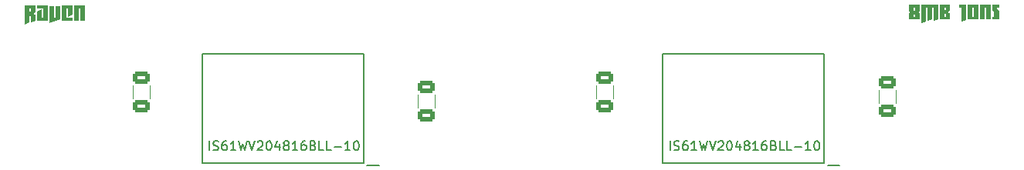
<source format=gto>
G04 #@! TF.GenerationSoftware,KiCad,Pcbnew,7.0.9*
G04 #@! TF.CreationDate,2024-01-22T22:29:06+01:00*
G04 #@! TF.ProjectId,simm72_ram_8M10,73696d6d-3732-45f7-9261-6d5f384d3130,A*
G04 #@! TF.SameCoordinates,Original*
G04 #@! TF.FileFunction,Legend,Top*
G04 #@! TF.FilePolarity,Positive*
%FSLAX46Y46*%
G04 Gerber Fmt 4.6, Leading zero omitted, Abs format (unit mm)*
G04 Created by KiCad (PCBNEW 7.0.9) date 2024-01-22 22:29:06*
%MOMM*%
%LPD*%
G01*
G04 APERTURE LIST*
G04 Aperture macros list*
%AMRoundRect*
0 Rectangle with rounded corners*
0 $1 Rounding radius*
0 $2 $3 $4 $5 $6 $7 $8 $9 X,Y pos of 4 corners*
0 Add a 4 corners polygon primitive as box body*
4,1,4,$2,$3,$4,$5,$6,$7,$8,$9,$2,$3,0*
0 Add four circle primitives for the rounded corners*
1,1,$1+$1,$2,$3*
1,1,$1+$1,$4,$5*
1,1,$1+$1,$6,$7*
1,1,$1+$1,$8,$9*
0 Add four rect primitives between the rounded corners*
20,1,$1+$1,$2,$3,$4,$5,0*
20,1,$1+$1,$4,$5,$6,$7,0*
20,1,$1+$1,$6,$7,$8,$9,0*
20,1,$1+$1,$8,$9,$2,$3,0*%
G04 Aperture macros list end*
%ADD10C,0.150000*%
%ADD11C,0.120000*%
%ADD12C,0.200000*%
%ADD13R,1.040000X2.540000*%
%ADD14RoundRect,0.250000X0.650000X-0.412500X0.650000X0.412500X-0.650000X0.412500X-0.650000X-0.412500X0*%
%ADD15R,1.300000X0.300000*%
G04 APERTURE END LIST*
D10*
X71836779Y-100169819D02*
X71836779Y-99169819D01*
X72265350Y-100122200D02*
X72408207Y-100169819D01*
X72408207Y-100169819D02*
X72646302Y-100169819D01*
X72646302Y-100169819D02*
X72741540Y-100122200D01*
X72741540Y-100122200D02*
X72789159Y-100074580D01*
X72789159Y-100074580D02*
X72836778Y-99979342D01*
X72836778Y-99979342D02*
X72836778Y-99884104D01*
X72836778Y-99884104D02*
X72789159Y-99788866D01*
X72789159Y-99788866D02*
X72741540Y-99741247D01*
X72741540Y-99741247D02*
X72646302Y-99693628D01*
X72646302Y-99693628D02*
X72455826Y-99646009D01*
X72455826Y-99646009D02*
X72360588Y-99598390D01*
X72360588Y-99598390D02*
X72312969Y-99550771D01*
X72312969Y-99550771D02*
X72265350Y-99455533D01*
X72265350Y-99455533D02*
X72265350Y-99360295D01*
X72265350Y-99360295D02*
X72312969Y-99265057D01*
X72312969Y-99265057D02*
X72360588Y-99217438D01*
X72360588Y-99217438D02*
X72455826Y-99169819D01*
X72455826Y-99169819D02*
X72693921Y-99169819D01*
X72693921Y-99169819D02*
X72836778Y-99217438D01*
X73693921Y-99169819D02*
X73503445Y-99169819D01*
X73503445Y-99169819D02*
X73408207Y-99217438D01*
X73408207Y-99217438D02*
X73360588Y-99265057D01*
X73360588Y-99265057D02*
X73265350Y-99407914D01*
X73265350Y-99407914D02*
X73217731Y-99598390D01*
X73217731Y-99598390D02*
X73217731Y-99979342D01*
X73217731Y-99979342D02*
X73265350Y-100074580D01*
X73265350Y-100074580D02*
X73312969Y-100122200D01*
X73312969Y-100122200D02*
X73408207Y-100169819D01*
X73408207Y-100169819D02*
X73598683Y-100169819D01*
X73598683Y-100169819D02*
X73693921Y-100122200D01*
X73693921Y-100122200D02*
X73741540Y-100074580D01*
X73741540Y-100074580D02*
X73789159Y-99979342D01*
X73789159Y-99979342D02*
X73789159Y-99741247D01*
X73789159Y-99741247D02*
X73741540Y-99646009D01*
X73741540Y-99646009D02*
X73693921Y-99598390D01*
X73693921Y-99598390D02*
X73598683Y-99550771D01*
X73598683Y-99550771D02*
X73408207Y-99550771D01*
X73408207Y-99550771D02*
X73312969Y-99598390D01*
X73312969Y-99598390D02*
X73265350Y-99646009D01*
X73265350Y-99646009D02*
X73217731Y-99741247D01*
X74741540Y-100169819D02*
X74170112Y-100169819D01*
X74455826Y-100169819D02*
X74455826Y-99169819D01*
X74455826Y-99169819D02*
X74360588Y-99312676D01*
X74360588Y-99312676D02*
X74265350Y-99407914D01*
X74265350Y-99407914D02*
X74170112Y-99455533D01*
X75074874Y-99169819D02*
X75312969Y-100169819D01*
X75312969Y-100169819D02*
X75503445Y-99455533D01*
X75503445Y-99455533D02*
X75693921Y-100169819D01*
X75693921Y-100169819D02*
X75932017Y-99169819D01*
X76170112Y-99169819D02*
X76503445Y-100169819D01*
X76503445Y-100169819D02*
X76836778Y-99169819D01*
X77122493Y-99265057D02*
X77170112Y-99217438D01*
X77170112Y-99217438D02*
X77265350Y-99169819D01*
X77265350Y-99169819D02*
X77503445Y-99169819D01*
X77503445Y-99169819D02*
X77598683Y-99217438D01*
X77598683Y-99217438D02*
X77646302Y-99265057D01*
X77646302Y-99265057D02*
X77693921Y-99360295D01*
X77693921Y-99360295D02*
X77693921Y-99455533D01*
X77693921Y-99455533D02*
X77646302Y-99598390D01*
X77646302Y-99598390D02*
X77074874Y-100169819D01*
X77074874Y-100169819D02*
X77693921Y-100169819D01*
X78312969Y-99169819D02*
X78408207Y-99169819D01*
X78408207Y-99169819D02*
X78503445Y-99217438D01*
X78503445Y-99217438D02*
X78551064Y-99265057D01*
X78551064Y-99265057D02*
X78598683Y-99360295D01*
X78598683Y-99360295D02*
X78646302Y-99550771D01*
X78646302Y-99550771D02*
X78646302Y-99788866D01*
X78646302Y-99788866D02*
X78598683Y-99979342D01*
X78598683Y-99979342D02*
X78551064Y-100074580D01*
X78551064Y-100074580D02*
X78503445Y-100122200D01*
X78503445Y-100122200D02*
X78408207Y-100169819D01*
X78408207Y-100169819D02*
X78312969Y-100169819D01*
X78312969Y-100169819D02*
X78217731Y-100122200D01*
X78217731Y-100122200D02*
X78170112Y-100074580D01*
X78170112Y-100074580D02*
X78122493Y-99979342D01*
X78122493Y-99979342D02*
X78074874Y-99788866D01*
X78074874Y-99788866D02*
X78074874Y-99550771D01*
X78074874Y-99550771D02*
X78122493Y-99360295D01*
X78122493Y-99360295D02*
X78170112Y-99265057D01*
X78170112Y-99265057D02*
X78217731Y-99217438D01*
X78217731Y-99217438D02*
X78312969Y-99169819D01*
X79503445Y-99503152D02*
X79503445Y-100169819D01*
X79265350Y-99122200D02*
X79027255Y-99836485D01*
X79027255Y-99836485D02*
X79646302Y-99836485D01*
X80170112Y-99598390D02*
X80074874Y-99550771D01*
X80074874Y-99550771D02*
X80027255Y-99503152D01*
X80027255Y-99503152D02*
X79979636Y-99407914D01*
X79979636Y-99407914D02*
X79979636Y-99360295D01*
X79979636Y-99360295D02*
X80027255Y-99265057D01*
X80027255Y-99265057D02*
X80074874Y-99217438D01*
X80074874Y-99217438D02*
X80170112Y-99169819D01*
X80170112Y-99169819D02*
X80360588Y-99169819D01*
X80360588Y-99169819D02*
X80455826Y-99217438D01*
X80455826Y-99217438D02*
X80503445Y-99265057D01*
X80503445Y-99265057D02*
X80551064Y-99360295D01*
X80551064Y-99360295D02*
X80551064Y-99407914D01*
X80551064Y-99407914D02*
X80503445Y-99503152D01*
X80503445Y-99503152D02*
X80455826Y-99550771D01*
X80455826Y-99550771D02*
X80360588Y-99598390D01*
X80360588Y-99598390D02*
X80170112Y-99598390D01*
X80170112Y-99598390D02*
X80074874Y-99646009D01*
X80074874Y-99646009D02*
X80027255Y-99693628D01*
X80027255Y-99693628D02*
X79979636Y-99788866D01*
X79979636Y-99788866D02*
X79979636Y-99979342D01*
X79979636Y-99979342D02*
X80027255Y-100074580D01*
X80027255Y-100074580D02*
X80074874Y-100122200D01*
X80074874Y-100122200D02*
X80170112Y-100169819D01*
X80170112Y-100169819D02*
X80360588Y-100169819D01*
X80360588Y-100169819D02*
X80455826Y-100122200D01*
X80455826Y-100122200D02*
X80503445Y-100074580D01*
X80503445Y-100074580D02*
X80551064Y-99979342D01*
X80551064Y-99979342D02*
X80551064Y-99788866D01*
X80551064Y-99788866D02*
X80503445Y-99693628D01*
X80503445Y-99693628D02*
X80455826Y-99646009D01*
X80455826Y-99646009D02*
X80360588Y-99598390D01*
X81503445Y-100169819D02*
X80932017Y-100169819D01*
X81217731Y-100169819D02*
X81217731Y-99169819D01*
X81217731Y-99169819D02*
X81122493Y-99312676D01*
X81122493Y-99312676D02*
X81027255Y-99407914D01*
X81027255Y-99407914D02*
X80932017Y-99455533D01*
X82360588Y-99169819D02*
X82170112Y-99169819D01*
X82170112Y-99169819D02*
X82074874Y-99217438D01*
X82074874Y-99217438D02*
X82027255Y-99265057D01*
X82027255Y-99265057D02*
X81932017Y-99407914D01*
X81932017Y-99407914D02*
X81884398Y-99598390D01*
X81884398Y-99598390D02*
X81884398Y-99979342D01*
X81884398Y-99979342D02*
X81932017Y-100074580D01*
X81932017Y-100074580D02*
X81979636Y-100122200D01*
X81979636Y-100122200D02*
X82074874Y-100169819D01*
X82074874Y-100169819D02*
X82265350Y-100169819D01*
X82265350Y-100169819D02*
X82360588Y-100122200D01*
X82360588Y-100122200D02*
X82408207Y-100074580D01*
X82408207Y-100074580D02*
X82455826Y-99979342D01*
X82455826Y-99979342D02*
X82455826Y-99741247D01*
X82455826Y-99741247D02*
X82408207Y-99646009D01*
X82408207Y-99646009D02*
X82360588Y-99598390D01*
X82360588Y-99598390D02*
X82265350Y-99550771D01*
X82265350Y-99550771D02*
X82074874Y-99550771D01*
X82074874Y-99550771D02*
X81979636Y-99598390D01*
X81979636Y-99598390D02*
X81932017Y-99646009D01*
X81932017Y-99646009D02*
X81884398Y-99741247D01*
X83217731Y-99646009D02*
X83360588Y-99693628D01*
X83360588Y-99693628D02*
X83408207Y-99741247D01*
X83408207Y-99741247D02*
X83455826Y-99836485D01*
X83455826Y-99836485D02*
X83455826Y-99979342D01*
X83455826Y-99979342D02*
X83408207Y-100074580D01*
X83408207Y-100074580D02*
X83360588Y-100122200D01*
X83360588Y-100122200D02*
X83265350Y-100169819D01*
X83265350Y-100169819D02*
X82884398Y-100169819D01*
X82884398Y-100169819D02*
X82884398Y-99169819D01*
X82884398Y-99169819D02*
X83217731Y-99169819D01*
X83217731Y-99169819D02*
X83312969Y-99217438D01*
X83312969Y-99217438D02*
X83360588Y-99265057D01*
X83360588Y-99265057D02*
X83408207Y-99360295D01*
X83408207Y-99360295D02*
X83408207Y-99455533D01*
X83408207Y-99455533D02*
X83360588Y-99550771D01*
X83360588Y-99550771D02*
X83312969Y-99598390D01*
X83312969Y-99598390D02*
X83217731Y-99646009D01*
X83217731Y-99646009D02*
X82884398Y-99646009D01*
X84360588Y-100169819D02*
X83884398Y-100169819D01*
X83884398Y-100169819D02*
X83884398Y-99169819D01*
X85170112Y-100169819D02*
X84693922Y-100169819D01*
X84693922Y-100169819D02*
X84693922Y-99169819D01*
X85503446Y-99788866D02*
X86265351Y-99788866D01*
X87265350Y-100169819D02*
X86693922Y-100169819D01*
X86979636Y-100169819D02*
X86979636Y-99169819D01*
X86979636Y-99169819D02*
X86884398Y-99312676D01*
X86884398Y-99312676D02*
X86789160Y-99407914D01*
X86789160Y-99407914D02*
X86693922Y-99455533D01*
X87884398Y-99169819D02*
X87979636Y-99169819D01*
X87979636Y-99169819D02*
X88074874Y-99217438D01*
X88074874Y-99217438D02*
X88122493Y-99265057D01*
X88122493Y-99265057D02*
X88170112Y-99360295D01*
X88170112Y-99360295D02*
X88217731Y-99550771D01*
X88217731Y-99550771D02*
X88217731Y-99788866D01*
X88217731Y-99788866D02*
X88170112Y-99979342D01*
X88170112Y-99979342D02*
X88122493Y-100074580D01*
X88122493Y-100074580D02*
X88074874Y-100122200D01*
X88074874Y-100122200D02*
X87979636Y-100169819D01*
X87979636Y-100169819D02*
X87884398Y-100169819D01*
X87884398Y-100169819D02*
X87789160Y-100122200D01*
X87789160Y-100122200D02*
X87741541Y-100074580D01*
X87741541Y-100074580D02*
X87693922Y-99979342D01*
X87693922Y-99979342D02*
X87646303Y-99788866D01*
X87646303Y-99788866D02*
X87646303Y-99550771D01*
X87646303Y-99550771D02*
X87693922Y-99360295D01*
X87693922Y-99360295D02*
X87741541Y-99265057D01*
X87741541Y-99265057D02*
X87789160Y-99217438D01*
X87789160Y-99217438D02*
X87884398Y-99169819D01*
G36*
X149700154Y-84842808D02*
G01*
X149532360Y-84955159D01*
X149700154Y-85067511D01*
X149700154Y-85768000D01*
X148527789Y-85768000D01*
X148527789Y-85459765D01*
X149031173Y-85459765D01*
X149196037Y-85459765D01*
X149196037Y-85207706D01*
X149113239Y-85151531D01*
X149031173Y-85207706D01*
X149031173Y-85459765D01*
X148527789Y-85459765D01*
X148527789Y-85067511D01*
X148695584Y-84955159D01*
X148527789Y-84842808D01*
X148527789Y-84450554D01*
X149031173Y-84450554D01*
X149031173Y-84758788D01*
X149113972Y-84814964D01*
X149196037Y-84758788D01*
X149196037Y-84450554D01*
X149031173Y-84450554D01*
X148527789Y-84450554D01*
X148527789Y-84142319D01*
X149700154Y-84142319D01*
X149700154Y-84842808D01*
G37*
G36*
X149870147Y-86186632D02*
G01*
X149870147Y-84142319D01*
X151710762Y-84142319D01*
X151710762Y-85766534D01*
X151206644Y-85934573D01*
X151206644Y-84450554D01*
X151042513Y-84450554D01*
X151042513Y-85766534D01*
X150538396Y-85934573D01*
X150538396Y-84450554D01*
X150373532Y-84450554D01*
X150373532Y-85990749D01*
X149870147Y-86186632D01*
G37*
G36*
X153056051Y-84842808D02*
G01*
X152762227Y-84955159D01*
X153056051Y-85067511D01*
X153056051Y-85768000D01*
X151883685Y-85768000D01*
X151883685Y-85095355D01*
X152387070Y-85095355D01*
X152387070Y-85459765D01*
X152551934Y-85459765D01*
X152551934Y-85151531D01*
X152387070Y-85095355D01*
X151883685Y-85095355D01*
X151883685Y-84450554D01*
X152387070Y-84450554D01*
X152387070Y-84814964D01*
X152551934Y-84758788D01*
X152551934Y-84450554D01*
X152387070Y-84450554D01*
X151883685Y-84450554D01*
X151883685Y-84142319D01*
X153056051Y-84142319D01*
X153056051Y-84842808D01*
G37*
G36*
X154268717Y-86046436D02*
G01*
X154268717Y-84450554D01*
X154059157Y-84450554D01*
X154059157Y-84142319D01*
X154814600Y-84142319D01*
X154814600Y-85850554D01*
X154268717Y-86046436D01*
G37*
G36*
X156159889Y-85768000D02*
G01*
X154987524Y-85768000D01*
X154987524Y-84450554D01*
X155490908Y-84450554D01*
X155490908Y-85459765D01*
X155655772Y-85459765D01*
X155655772Y-84450554D01*
X155490908Y-84450554D01*
X154987524Y-84450554D01*
X154987524Y-84142319D01*
X156159889Y-84142319D01*
X156159889Y-85768000D01*
G37*
G36*
X157502248Y-85766534D02*
G01*
X156998131Y-85766534D01*
X156998131Y-84450554D01*
X156833267Y-84450554D01*
X156833267Y-85766534D01*
X156329882Y-85766534D01*
X156329882Y-84142319D01*
X157502248Y-84142319D01*
X157502248Y-85766534D01*
G37*
G36*
X158175625Y-84450554D02*
G01*
X158175625Y-84646925D01*
X158427684Y-84814964D01*
X158427684Y-85768000D01*
X157662715Y-85768000D01*
X157662715Y-85459765D01*
X157881801Y-85459765D01*
X157881801Y-84898983D01*
X157672241Y-84758788D01*
X157672241Y-84142319D01*
X158427684Y-84142319D01*
X158427684Y-84450554D01*
X158175625Y-84450554D01*
G37*
X122336779Y-100169819D02*
X122336779Y-99169819D01*
X122765350Y-100122200D02*
X122908207Y-100169819D01*
X122908207Y-100169819D02*
X123146302Y-100169819D01*
X123146302Y-100169819D02*
X123241540Y-100122200D01*
X123241540Y-100122200D02*
X123289159Y-100074580D01*
X123289159Y-100074580D02*
X123336778Y-99979342D01*
X123336778Y-99979342D02*
X123336778Y-99884104D01*
X123336778Y-99884104D02*
X123289159Y-99788866D01*
X123289159Y-99788866D02*
X123241540Y-99741247D01*
X123241540Y-99741247D02*
X123146302Y-99693628D01*
X123146302Y-99693628D02*
X122955826Y-99646009D01*
X122955826Y-99646009D02*
X122860588Y-99598390D01*
X122860588Y-99598390D02*
X122812969Y-99550771D01*
X122812969Y-99550771D02*
X122765350Y-99455533D01*
X122765350Y-99455533D02*
X122765350Y-99360295D01*
X122765350Y-99360295D02*
X122812969Y-99265057D01*
X122812969Y-99265057D02*
X122860588Y-99217438D01*
X122860588Y-99217438D02*
X122955826Y-99169819D01*
X122955826Y-99169819D02*
X123193921Y-99169819D01*
X123193921Y-99169819D02*
X123336778Y-99217438D01*
X124193921Y-99169819D02*
X124003445Y-99169819D01*
X124003445Y-99169819D02*
X123908207Y-99217438D01*
X123908207Y-99217438D02*
X123860588Y-99265057D01*
X123860588Y-99265057D02*
X123765350Y-99407914D01*
X123765350Y-99407914D02*
X123717731Y-99598390D01*
X123717731Y-99598390D02*
X123717731Y-99979342D01*
X123717731Y-99979342D02*
X123765350Y-100074580D01*
X123765350Y-100074580D02*
X123812969Y-100122200D01*
X123812969Y-100122200D02*
X123908207Y-100169819D01*
X123908207Y-100169819D02*
X124098683Y-100169819D01*
X124098683Y-100169819D02*
X124193921Y-100122200D01*
X124193921Y-100122200D02*
X124241540Y-100074580D01*
X124241540Y-100074580D02*
X124289159Y-99979342D01*
X124289159Y-99979342D02*
X124289159Y-99741247D01*
X124289159Y-99741247D02*
X124241540Y-99646009D01*
X124241540Y-99646009D02*
X124193921Y-99598390D01*
X124193921Y-99598390D02*
X124098683Y-99550771D01*
X124098683Y-99550771D02*
X123908207Y-99550771D01*
X123908207Y-99550771D02*
X123812969Y-99598390D01*
X123812969Y-99598390D02*
X123765350Y-99646009D01*
X123765350Y-99646009D02*
X123717731Y-99741247D01*
X125241540Y-100169819D02*
X124670112Y-100169819D01*
X124955826Y-100169819D02*
X124955826Y-99169819D01*
X124955826Y-99169819D02*
X124860588Y-99312676D01*
X124860588Y-99312676D02*
X124765350Y-99407914D01*
X124765350Y-99407914D02*
X124670112Y-99455533D01*
X125574874Y-99169819D02*
X125812969Y-100169819D01*
X125812969Y-100169819D02*
X126003445Y-99455533D01*
X126003445Y-99455533D02*
X126193921Y-100169819D01*
X126193921Y-100169819D02*
X126432017Y-99169819D01*
X126670112Y-99169819D02*
X127003445Y-100169819D01*
X127003445Y-100169819D02*
X127336778Y-99169819D01*
X127622493Y-99265057D02*
X127670112Y-99217438D01*
X127670112Y-99217438D02*
X127765350Y-99169819D01*
X127765350Y-99169819D02*
X128003445Y-99169819D01*
X128003445Y-99169819D02*
X128098683Y-99217438D01*
X128098683Y-99217438D02*
X128146302Y-99265057D01*
X128146302Y-99265057D02*
X128193921Y-99360295D01*
X128193921Y-99360295D02*
X128193921Y-99455533D01*
X128193921Y-99455533D02*
X128146302Y-99598390D01*
X128146302Y-99598390D02*
X127574874Y-100169819D01*
X127574874Y-100169819D02*
X128193921Y-100169819D01*
X128812969Y-99169819D02*
X128908207Y-99169819D01*
X128908207Y-99169819D02*
X129003445Y-99217438D01*
X129003445Y-99217438D02*
X129051064Y-99265057D01*
X129051064Y-99265057D02*
X129098683Y-99360295D01*
X129098683Y-99360295D02*
X129146302Y-99550771D01*
X129146302Y-99550771D02*
X129146302Y-99788866D01*
X129146302Y-99788866D02*
X129098683Y-99979342D01*
X129098683Y-99979342D02*
X129051064Y-100074580D01*
X129051064Y-100074580D02*
X129003445Y-100122200D01*
X129003445Y-100122200D02*
X128908207Y-100169819D01*
X128908207Y-100169819D02*
X128812969Y-100169819D01*
X128812969Y-100169819D02*
X128717731Y-100122200D01*
X128717731Y-100122200D02*
X128670112Y-100074580D01*
X128670112Y-100074580D02*
X128622493Y-99979342D01*
X128622493Y-99979342D02*
X128574874Y-99788866D01*
X128574874Y-99788866D02*
X128574874Y-99550771D01*
X128574874Y-99550771D02*
X128622493Y-99360295D01*
X128622493Y-99360295D02*
X128670112Y-99265057D01*
X128670112Y-99265057D02*
X128717731Y-99217438D01*
X128717731Y-99217438D02*
X128812969Y-99169819D01*
X130003445Y-99503152D02*
X130003445Y-100169819D01*
X129765350Y-99122200D02*
X129527255Y-99836485D01*
X129527255Y-99836485D02*
X130146302Y-99836485D01*
X130670112Y-99598390D02*
X130574874Y-99550771D01*
X130574874Y-99550771D02*
X130527255Y-99503152D01*
X130527255Y-99503152D02*
X130479636Y-99407914D01*
X130479636Y-99407914D02*
X130479636Y-99360295D01*
X130479636Y-99360295D02*
X130527255Y-99265057D01*
X130527255Y-99265057D02*
X130574874Y-99217438D01*
X130574874Y-99217438D02*
X130670112Y-99169819D01*
X130670112Y-99169819D02*
X130860588Y-99169819D01*
X130860588Y-99169819D02*
X130955826Y-99217438D01*
X130955826Y-99217438D02*
X131003445Y-99265057D01*
X131003445Y-99265057D02*
X131051064Y-99360295D01*
X131051064Y-99360295D02*
X131051064Y-99407914D01*
X131051064Y-99407914D02*
X131003445Y-99503152D01*
X131003445Y-99503152D02*
X130955826Y-99550771D01*
X130955826Y-99550771D02*
X130860588Y-99598390D01*
X130860588Y-99598390D02*
X130670112Y-99598390D01*
X130670112Y-99598390D02*
X130574874Y-99646009D01*
X130574874Y-99646009D02*
X130527255Y-99693628D01*
X130527255Y-99693628D02*
X130479636Y-99788866D01*
X130479636Y-99788866D02*
X130479636Y-99979342D01*
X130479636Y-99979342D02*
X130527255Y-100074580D01*
X130527255Y-100074580D02*
X130574874Y-100122200D01*
X130574874Y-100122200D02*
X130670112Y-100169819D01*
X130670112Y-100169819D02*
X130860588Y-100169819D01*
X130860588Y-100169819D02*
X130955826Y-100122200D01*
X130955826Y-100122200D02*
X131003445Y-100074580D01*
X131003445Y-100074580D02*
X131051064Y-99979342D01*
X131051064Y-99979342D02*
X131051064Y-99788866D01*
X131051064Y-99788866D02*
X131003445Y-99693628D01*
X131003445Y-99693628D02*
X130955826Y-99646009D01*
X130955826Y-99646009D02*
X130860588Y-99598390D01*
X132003445Y-100169819D02*
X131432017Y-100169819D01*
X131717731Y-100169819D02*
X131717731Y-99169819D01*
X131717731Y-99169819D02*
X131622493Y-99312676D01*
X131622493Y-99312676D02*
X131527255Y-99407914D01*
X131527255Y-99407914D02*
X131432017Y-99455533D01*
X132860588Y-99169819D02*
X132670112Y-99169819D01*
X132670112Y-99169819D02*
X132574874Y-99217438D01*
X132574874Y-99217438D02*
X132527255Y-99265057D01*
X132527255Y-99265057D02*
X132432017Y-99407914D01*
X132432017Y-99407914D02*
X132384398Y-99598390D01*
X132384398Y-99598390D02*
X132384398Y-99979342D01*
X132384398Y-99979342D02*
X132432017Y-100074580D01*
X132432017Y-100074580D02*
X132479636Y-100122200D01*
X132479636Y-100122200D02*
X132574874Y-100169819D01*
X132574874Y-100169819D02*
X132765350Y-100169819D01*
X132765350Y-100169819D02*
X132860588Y-100122200D01*
X132860588Y-100122200D02*
X132908207Y-100074580D01*
X132908207Y-100074580D02*
X132955826Y-99979342D01*
X132955826Y-99979342D02*
X132955826Y-99741247D01*
X132955826Y-99741247D02*
X132908207Y-99646009D01*
X132908207Y-99646009D02*
X132860588Y-99598390D01*
X132860588Y-99598390D02*
X132765350Y-99550771D01*
X132765350Y-99550771D02*
X132574874Y-99550771D01*
X132574874Y-99550771D02*
X132479636Y-99598390D01*
X132479636Y-99598390D02*
X132432017Y-99646009D01*
X132432017Y-99646009D02*
X132384398Y-99741247D01*
X133717731Y-99646009D02*
X133860588Y-99693628D01*
X133860588Y-99693628D02*
X133908207Y-99741247D01*
X133908207Y-99741247D02*
X133955826Y-99836485D01*
X133955826Y-99836485D02*
X133955826Y-99979342D01*
X133955826Y-99979342D02*
X133908207Y-100074580D01*
X133908207Y-100074580D02*
X133860588Y-100122200D01*
X133860588Y-100122200D02*
X133765350Y-100169819D01*
X133765350Y-100169819D02*
X133384398Y-100169819D01*
X133384398Y-100169819D02*
X133384398Y-99169819D01*
X133384398Y-99169819D02*
X133717731Y-99169819D01*
X133717731Y-99169819D02*
X133812969Y-99217438D01*
X133812969Y-99217438D02*
X133860588Y-99265057D01*
X133860588Y-99265057D02*
X133908207Y-99360295D01*
X133908207Y-99360295D02*
X133908207Y-99455533D01*
X133908207Y-99455533D02*
X133860588Y-99550771D01*
X133860588Y-99550771D02*
X133812969Y-99598390D01*
X133812969Y-99598390D02*
X133717731Y-99646009D01*
X133717731Y-99646009D02*
X133384398Y-99646009D01*
X134860588Y-100169819D02*
X134384398Y-100169819D01*
X134384398Y-100169819D02*
X134384398Y-99169819D01*
X135670112Y-100169819D02*
X135193922Y-100169819D01*
X135193922Y-100169819D02*
X135193922Y-99169819D01*
X136003446Y-99788866D02*
X136765351Y-99788866D01*
X137765350Y-100169819D02*
X137193922Y-100169819D01*
X137479636Y-100169819D02*
X137479636Y-99169819D01*
X137479636Y-99169819D02*
X137384398Y-99312676D01*
X137384398Y-99312676D02*
X137289160Y-99407914D01*
X137289160Y-99407914D02*
X137193922Y-99455533D01*
X138384398Y-99169819D02*
X138479636Y-99169819D01*
X138479636Y-99169819D02*
X138574874Y-99217438D01*
X138574874Y-99217438D02*
X138622493Y-99265057D01*
X138622493Y-99265057D02*
X138670112Y-99360295D01*
X138670112Y-99360295D02*
X138717731Y-99550771D01*
X138717731Y-99550771D02*
X138717731Y-99788866D01*
X138717731Y-99788866D02*
X138670112Y-99979342D01*
X138670112Y-99979342D02*
X138622493Y-100074580D01*
X138622493Y-100074580D02*
X138574874Y-100122200D01*
X138574874Y-100122200D02*
X138479636Y-100169819D01*
X138479636Y-100169819D02*
X138384398Y-100169819D01*
X138384398Y-100169819D02*
X138289160Y-100122200D01*
X138289160Y-100122200D02*
X138241541Y-100074580D01*
X138241541Y-100074580D02*
X138193922Y-99979342D01*
X138193922Y-99979342D02*
X138146303Y-99788866D01*
X138146303Y-99788866D02*
X138146303Y-99550771D01*
X138146303Y-99550771D02*
X138193922Y-99360295D01*
X138193922Y-99360295D02*
X138241541Y-99265057D01*
X138241541Y-99265057D02*
X138289160Y-99217438D01*
X138289160Y-99217438D02*
X138384398Y-99169819D01*
G36*
X52799154Y-85025495D02*
G01*
X52505330Y-85137358D01*
X52799154Y-85249710D01*
X52799154Y-85893534D01*
X52295037Y-86061573D01*
X52295037Y-85389417D01*
X52130173Y-85333729D01*
X52130173Y-86117749D01*
X51626789Y-86313632D01*
X51626789Y-84577554D01*
X52130173Y-84577554D01*
X52130173Y-84941475D01*
X52295037Y-84885300D01*
X52295037Y-84577554D01*
X52130173Y-84577554D01*
X51626789Y-84577554D01*
X51626789Y-84269319D01*
X52799154Y-84269319D01*
X52799154Y-85025495D01*
G37*
G36*
X52969147Y-84885788D02*
G01*
X53472532Y-84689905D01*
X53472532Y-85586765D01*
X53637396Y-85586765D01*
X53637396Y-84577554D01*
X52965484Y-84577554D01*
X52965484Y-84269319D01*
X54141513Y-84269319D01*
X54141513Y-85895000D01*
X52969147Y-85895000D01*
X52969147Y-84885788D01*
G37*
G36*
X54311506Y-84270785D02*
G01*
X54814891Y-84270785D01*
X54814891Y-85642941D01*
X54979755Y-85586765D01*
X54979755Y-84270785D01*
X55483872Y-84270785D01*
X55483872Y-85754804D01*
X54311506Y-86174902D01*
X54311506Y-84270785D01*
G37*
G36*
X56826230Y-85278531D02*
G01*
X56322113Y-85502745D01*
X56322113Y-84577554D01*
X56157249Y-84577554D01*
X56157249Y-85586765D01*
X56829894Y-85586765D01*
X56829894Y-85895000D01*
X55653865Y-85895000D01*
X55653865Y-84269319D01*
X56826230Y-84269319D01*
X56826230Y-85278531D01*
G37*
G36*
X58168589Y-85893534D02*
G01*
X57664472Y-85893534D01*
X57664472Y-84577554D01*
X57499608Y-84577554D01*
X57499608Y-85893534D01*
X56996224Y-85893534D01*
X56996224Y-84269319D01*
X58168589Y-84269319D01*
X58168589Y-85893534D01*
G37*
D11*
X114250000Y-94439252D02*
X114250000Y-93016748D01*
X116070000Y-94439252D02*
X116070000Y-93016748D01*
D12*
X90410000Y-101800000D02*
X89110000Y-101800000D01*
X88760000Y-101550000D02*
X71060000Y-101550000D01*
X88760000Y-89550000D02*
X88760000Y-101550000D01*
X71060000Y-101550000D02*
X71060000Y-89550000D01*
X71060000Y-89550000D02*
X88760000Y-89550000D01*
D11*
X145238000Y-94947252D02*
X145238000Y-93524748D01*
X147058000Y-94947252D02*
X147058000Y-93524748D01*
X63450000Y-94439252D02*
X63450000Y-93016748D01*
X65270000Y-94439252D02*
X65270000Y-93016748D01*
D12*
X140900000Y-101800000D02*
X139600000Y-101800000D01*
X139250000Y-101550000D02*
X121550000Y-101550000D01*
X139250000Y-89550000D02*
X139250000Y-101550000D01*
X121550000Y-101550000D02*
X121550000Y-89550000D01*
X121550000Y-89550000D02*
X139250000Y-89550000D01*
D11*
X94692000Y-95455252D02*
X94692000Y-94032748D01*
X96512000Y-95455252D02*
X96512000Y-94032748D01*
%LPC*%
D13*
X57375000Y-113921000D03*
X58645000Y-113921000D03*
X59915000Y-113921000D03*
X61185000Y-113921000D03*
X62455000Y-113921000D03*
X63725000Y-113921000D03*
X64995000Y-113921000D03*
X66265000Y-113921000D03*
X67535000Y-113921000D03*
X68805000Y-113921000D03*
X70075000Y-113921000D03*
X71345000Y-113921000D03*
X72615000Y-113921000D03*
X73885000Y-113921000D03*
X75155000Y-113921000D03*
X76425000Y-113921000D03*
X77695000Y-113921000D03*
X78965000Y-113921000D03*
X80235000Y-113921000D03*
X81505000Y-113921000D03*
X82775000Y-113921000D03*
X84045000Y-113921000D03*
X85315000Y-113921000D03*
X86585000Y-113921000D03*
X87855000Y-113921000D03*
X89125000Y-113921000D03*
X90395000Y-113921000D03*
X91665000Y-113921000D03*
X92935000Y-113921000D03*
X94205000Y-113921000D03*
X95475000Y-113921000D03*
X96745000Y-113921000D03*
X98015000Y-113921000D03*
X99285000Y-113921000D03*
X100555000Y-113921000D03*
X101825000Y-113921000D03*
X108175000Y-113921000D03*
X109445000Y-113921000D03*
X110715000Y-113921000D03*
X111985000Y-113921000D03*
X113255000Y-113921000D03*
X114525000Y-113921000D03*
X115795000Y-113921000D03*
X117065000Y-113921000D03*
X118335000Y-113921000D03*
X119605000Y-113921000D03*
X120875000Y-113921000D03*
X122145000Y-113921000D03*
X123415000Y-113921000D03*
X124685000Y-113921000D03*
X125955000Y-113921000D03*
X127225000Y-113921000D03*
X128495000Y-113921000D03*
X129765000Y-113921000D03*
X131035000Y-113921000D03*
X132305000Y-113921000D03*
X133575000Y-113921000D03*
X134845000Y-113921000D03*
X136115000Y-113921000D03*
X137385000Y-113921000D03*
X138655000Y-113921000D03*
X139925000Y-113921000D03*
X141195000Y-113921000D03*
X142465000Y-113921000D03*
X143735000Y-113921000D03*
X145005000Y-113921000D03*
X146275000Y-113921000D03*
X147545000Y-113921000D03*
X148815000Y-113921000D03*
X150085000Y-113921000D03*
X151355000Y-113921000D03*
X152625000Y-113921000D03*
D14*
X115160000Y-95290500D03*
X115160000Y-92165500D03*
D15*
X89760000Y-101300000D03*
X89760000Y-100800000D03*
X89760000Y-100300000D03*
X89760000Y-99800000D03*
X89760000Y-99300000D03*
X89760000Y-98800000D03*
X89760000Y-98300000D03*
X89760000Y-97800000D03*
X89760000Y-97300000D03*
X89760000Y-96800000D03*
X89760000Y-96300000D03*
X89760000Y-95800000D03*
X89760000Y-95300000D03*
X89760000Y-94800000D03*
X89760000Y-94300000D03*
X89760000Y-93800000D03*
X89760000Y-93300000D03*
X89760000Y-92800000D03*
X89760000Y-92300000D03*
X89760000Y-91800000D03*
X89760000Y-91300000D03*
X89760000Y-90800000D03*
X89760000Y-90300000D03*
X89760000Y-89800000D03*
X70060000Y-89800000D03*
X70060000Y-90300000D03*
X70060000Y-90800000D03*
X70060000Y-91300000D03*
X70060000Y-91800000D03*
X70060000Y-92300000D03*
X70060000Y-92800000D03*
X70060000Y-93300000D03*
X70060000Y-93800000D03*
X70060000Y-94300000D03*
X70060000Y-94800000D03*
X70060000Y-95300000D03*
X70060000Y-95800000D03*
X70060000Y-96300000D03*
X70060000Y-96800000D03*
X70060000Y-97300000D03*
X70060000Y-97800000D03*
X70060000Y-98300000D03*
X70060000Y-98800000D03*
X70060000Y-99300000D03*
X70060000Y-99800000D03*
X70060000Y-100300000D03*
X70060000Y-100800000D03*
X70060000Y-101300000D03*
D14*
X146148000Y-95798500D03*
X146148000Y-92673500D03*
X64360000Y-95290500D03*
X64360000Y-92165500D03*
D15*
X140250000Y-101300000D03*
X140250000Y-100800000D03*
X140250000Y-100300000D03*
X140250000Y-99800000D03*
X140250000Y-99300000D03*
X140250000Y-98800000D03*
X140250000Y-98300000D03*
X140250000Y-97800000D03*
X140250000Y-97300000D03*
X140250000Y-96800000D03*
X140250000Y-96300000D03*
X140250000Y-95800000D03*
X140250000Y-95300000D03*
X140250000Y-94800000D03*
X140250000Y-94300000D03*
X140250000Y-93800000D03*
X140250000Y-93300000D03*
X140250000Y-92800000D03*
X140250000Y-92300000D03*
X140250000Y-91800000D03*
X140250000Y-91300000D03*
X140250000Y-90800000D03*
X140250000Y-90300000D03*
X140250000Y-89800000D03*
X120550000Y-89800000D03*
X120550000Y-90300000D03*
X120550000Y-90800000D03*
X120550000Y-91300000D03*
X120550000Y-91800000D03*
X120550000Y-92300000D03*
X120550000Y-92800000D03*
X120550000Y-93300000D03*
X120550000Y-93800000D03*
X120550000Y-94300000D03*
X120550000Y-94800000D03*
X120550000Y-95300000D03*
X120550000Y-95800000D03*
X120550000Y-96300000D03*
X120550000Y-96800000D03*
X120550000Y-97300000D03*
X120550000Y-97800000D03*
X120550000Y-98300000D03*
X120550000Y-98800000D03*
X120550000Y-99300000D03*
X120550000Y-99800000D03*
X120550000Y-100300000D03*
X120550000Y-100800000D03*
X120550000Y-101300000D03*
D14*
X95602000Y-96306500D03*
X95602000Y-93181500D03*
G36*
X102530039Y-112391285D02*
G01*
X102575794Y-112444089D01*
X102587000Y-112495600D01*
X102587000Y-115321000D01*
X102567315Y-115388039D01*
X102514511Y-115433794D01*
X102463000Y-115445000D01*
X56737000Y-115445000D01*
X56669961Y-115425315D01*
X56624206Y-115372511D01*
X56613000Y-115321000D01*
X56613000Y-112495600D01*
X56632685Y-112428561D01*
X56685489Y-112382806D01*
X56737000Y-112371600D01*
X102463000Y-112371600D01*
X102530039Y-112391285D01*
G37*
G36*
X153330039Y-112391285D02*
G01*
X153375794Y-112444089D01*
X153387000Y-112495600D01*
X153387000Y-115321000D01*
X153367315Y-115388039D01*
X153314511Y-115433794D01*
X153263000Y-115445000D01*
X107537000Y-115445000D01*
X107469961Y-115425315D01*
X107424206Y-115372511D01*
X107413000Y-115321000D01*
X107413000Y-112495600D01*
X107432685Y-112428561D01*
X107485489Y-112382806D01*
X107537000Y-112371600D01*
X153263000Y-112371600D01*
X153330039Y-112391285D01*
G37*
%LPD*%
M02*

</source>
